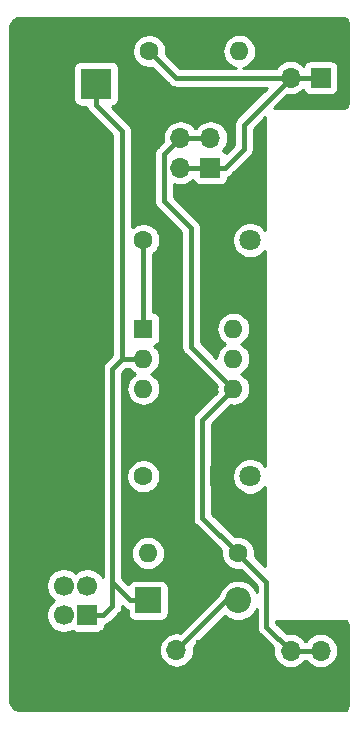
<source format=gbl>
G04 #@! TF.GenerationSoftware,KiCad,Pcbnew,(5.1.4)-1*
G04 #@! TF.CreationDate,2020-11-14T09:15:54+05:30*
G04 #@! TF.ProjectId,Breadboard_Power_Supply,42726561-6462-46f6-9172-645f506f7765,1*
G04 #@! TF.SameCoordinates,Original*
G04 #@! TF.FileFunction,Copper,L2,Bot*
G04 #@! TF.FilePolarity,Positive*
%FSLAX46Y46*%
G04 Gerber Fmt 4.6, Leading zero omitted, Abs format (unit mm)*
G04 Created by KiCad (PCBNEW (5.1.4)-1) date 2020-11-14 09:15:54*
%MOMM*%
%LPD*%
G04 APERTURE LIST*
%ADD10O,1.600000X1.600000*%
%ADD11C,1.600000*%
%ADD12R,1.700000X1.700000*%
%ADD13C,1.700000*%
%ADD14C,3.500000*%
%ADD15C,2.600000*%
%ADD16R,2.600000X2.600000*%
%ADD17O,2.200000X2.200000*%
%ADD18R,2.200000X2.200000*%
%ADD19O,1.700000X1.700000*%
%ADD20R,1.600000X1.600000*%
%ADD21C,1.800000*%
%ADD22R,1.800000X1.800000*%
%ADD23C,0.400000*%
%ADD24C,0.254000*%
G04 APERTURE END LIST*
D10*
X144880000Y-105500000D03*
D11*
X152500000Y-105500000D03*
D12*
X139750000Y-110750000D03*
D13*
X139750000Y-108250000D03*
X137750000Y-108250000D03*
X137750000Y-110750000D03*
D14*
X135040000Y-115520000D03*
X135040000Y-103480000D03*
D15*
X137500000Y-70450000D03*
X134500000Y-65750000D03*
D16*
X140500000Y-65750000D03*
D10*
X152620000Y-63000000D03*
D11*
X145000000Y-63000000D03*
D17*
X152520000Y-109500000D03*
D18*
X144900000Y-109500000D03*
D11*
X147000000Y-99000000D03*
X144500000Y-99000000D03*
X147000000Y-79000000D03*
X144500000Y-79000000D03*
D19*
X147635000Y-67795000D03*
X150175000Y-67795000D03*
X147635000Y-70335000D03*
X150175000Y-70335000D03*
X147635000Y-72875000D03*
D12*
X150175000Y-72875000D03*
D10*
X152120000Y-86500000D03*
X144500000Y-91580000D03*
X152120000Y-89040000D03*
X144500000Y-89040000D03*
X152120000Y-91580000D03*
D20*
X144500000Y-86500000D03*
D21*
X153540000Y-79000000D03*
D22*
X151000000Y-79000000D03*
D21*
X153540000Y-99000000D03*
D22*
X151000000Y-99000000D03*
D19*
X147300000Y-113700000D03*
D12*
X149840000Y-113700000D03*
D19*
X156960000Y-62710000D03*
X159500000Y-62710000D03*
X156960000Y-65250000D03*
D12*
X159500000Y-65250000D03*
D19*
X156960000Y-113760000D03*
X159500000Y-113760000D03*
X156960000Y-116300000D03*
D12*
X159500000Y-116300000D03*
D23*
X142712500Y-89040000D02*
X142712500Y-69762800D01*
X142712500Y-69762800D02*
X140500000Y-67550300D01*
X141875000Y-89877500D02*
X142712500Y-89040000D01*
X143199700Y-89040000D02*
X142712500Y-89040000D01*
X144500000Y-89040000D02*
X143199700Y-89040000D01*
X140500000Y-65750000D02*
X140500000Y-67550300D01*
X141875000Y-109975300D02*
X141100300Y-110750000D01*
X139750000Y-110750000D02*
X141100300Y-110750000D01*
X141875000Y-107975000D02*
X141875000Y-107825000D01*
X143400000Y-109500000D02*
X141875000Y-107975000D01*
X144900000Y-109500000D02*
X143400000Y-109500000D01*
X141875000Y-109975300D02*
X141875000Y-107825000D01*
X141875000Y-107825000D02*
X141875000Y-89877500D01*
X150175000Y-72875000D02*
X148985300Y-72875000D01*
X147635000Y-72875000D02*
X148985300Y-72875000D01*
X151556000Y-65250000D02*
X147250000Y-65250000D01*
X147250000Y-65250000D02*
X145000000Y-63000000D01*
X159500000Y-65250000D02*
X156960000Y-65250000D01*
X150175000Y-72875000D02*
X151425000Y-72875000D01*
X156960000Y-65250000D02*
X151556000Y-65250000D01*
X151425000Y-72875000D02*
X153000000Y-71300000D01*
X153000000Y-71300000D02*
X153000000Y-69210000D01*
X153000000Y-69210000D02*
X156960000Y-65250000D01*
X147635000Y-70335000D02*
X148824700Y-70335000D01*
X152120000Y-91580000D02*
X148547600Y-88007600D01*
X148547600Y-88007600D02*
X148547600Y-77991300D01*
X148547600Y-77991300D02*
X146260100Y-75703800D01*
X146260100Y-75703800D02*
X146260100Y-71709900D01*
X146260100Y-71709900D02*
X147635000Y-70335000D01*
X150175000Y-70335000D02*
X148824700Y-70335000D01*
X151320001Y-92379999D02*
X152120000Y-91580000D01*
X149500000Y-94200000D02*
X151320001Y-92379999D01*
X149500000Y-102500000D02*
X149500000Y-94200000D01*
X152500000Y-105500000D02*
X149500000Y-102500000D01*
X159500000Y-113760000D02*
X156960000Y-113760000D01*
X153299999Y-106299999D02*
X152500000Y-105500000D01*
X154924990Y-107924990D02*
X153299999Y-106299999D01*
X154924990Y-111724990D02*
X154924990Y-107924990D01*
X156960000Y-113760000D02*
X154924990Y-111724990D01*
X151500000Y-109500000D02*
X152520000Y-109500000D01*
X147300000Y-113700000D02*
X151500000Y-109500000D01*
X144500000Y-86500000D02*
X144500000Y-79000000D01*
D24*
G36*
X161555665Y-60218863D02*
G01*
X161609214Y-60235030D01*
X161658597Y-60261288D01*
X161701945Y-60296641D01*
X161737600Y-60339740D01*
X161764201Y-60388937D01*
X161780742Y-60442375D01*
X161790001Y-60530464D01*
X161790000Y-67465279D01*
X161781138Y-67555664D01*
X161764970Y-67609214D01*
X161738712Y-67658597D01*
X161703357Y-67701947D01*
X161660261Y-67737599D01*
X161611063Y-67764201D01*
X161557625Y-67780742D01*
X161469545Y-67790000D01*
X155600868Y-67790000D01*
X156676596Y-66714272D01*
X156887050Y-66735000D01*
X157032950Y-66735000D01*
X157251111Y-66713513D01*
X157531034Y-66628599D01*
X157789014Y-66490706D01*
X158015134Y-66305134D01*
X158039607Y-66275313D01*
X158060498Y-66344180D01*
X158119463Y-66454494D01*
X158198815Y-66551185D01*
X158295506Y-66630537D01*
X158405820Y-66689502D01*
X158525518Y-66725812D01*
X158650000Y-66738072D01*
X160350000Y-66738072D01*
X160474482Y-66725812D01*
X160594180Y-66689502D01*
X160704494Y-66630537D01*
X160801185Y-66551185D01*
X160880537Y-66454494D01*
X160939502Y-66344180D01*
X160975812Y-66224482D01*
X160988072Y-66100000D01*
X160988072Y-64400000D01*
X160975812Y-64275518D01*
X160939502Y-64155820D01*
X160880537Y-64045506D01*
X160801185Y-63948815D01*
X160704494Y-63869463D01*
X160594180Y-63810498D01*
X160474482Y-63774188D01*
X160350000Y-63761928D01*
X158650000Y-63761928D01*
X158525518Y-63774188D01*
X158405820Y-63810498D01*
X158295506Y-63869463D01*
X158198815Y-63948815D01*
X158119463Y-64045506D01*
X158060498Y-64155820D01*
X158039607Y-64224687D01*
X158015134Y-64194866D01*
X157789014Y-64009294D01*
X157531034Y-63871401D01*
X157251111Y-63786487D01*
X157032950Y-63765000D01*
X156887050Y-63765000D01*
X156668889Y-63786487D01*
X156388966Y-63871401D01*
X156130986Y-64009294D01*
X155904866Y-64194866D01*
X155724207Y-64415000D01*
X152893552Y-64415000D01*
X152901309Y-64414236D01*
X153171808Y-64332182D01*
X153421101Y-64198932D01*
X153639608Y-64019608D01*
X153818932Y-63801101D01*
X153952182Y-63551808D01*
X154034236Y-63281309D01*
X154061943Y-63000000D01*
X154034236Y-62718691D01*
X153952182Y-62448192D01*
X153818932Y-62198899D01*
X153639608Y-61980392D01*
X153421101Y-61801068D01*
X153171808Y-61667818D01*
X152901309Y-61585764D01*
X152690492Y-61565000D01*
X152549508Y-61565000D01*
X152338691Y-61585764D01*
X152068192Y-61667818D01*
X151818899Y-61801068D01*
X151600392Y-61980392D01*
X151421068Y-62198899D01*
X151287818Y-62448192D01*
X151205764Y-62718691D01*
X151178057Y-63000000D01*
X151205764Y-63281309D01*
X151287818Y-63551808D01*
X151421068Y-63801101D01*
X151600392Y-64019608D01*
X151818899Y-64198932D01*
X152068192Y-64332182D01*
X152338691Y-64414236D01*
X152346448Y-64415000D01*
X147595869Y-64415000D01*
X146416286Y-63235418D01*
X146435000Y-63141335D01*
X146435000Y-62858665D01*
X146379853Y-62581426D01*
X146271680Y-62320273D01*
X146114637Y-62085241D01*
X145914759Y-61885363D01*
X145679727Y-61728320D01*
X145418574Y-61620147D01*
X145141335Y-61565000D01*
X144858665Y-61565000D01*
X144581426Y-61620147D01*
X144320273Y-61728320D01*
X144085241Y-61885363D01*
X143885363Y-62085241D01*
X143728320Y-62320273D01*
X143620147Y-62581426D01*
X143565000Y-62858665D01*
X143565000Y-63141335D01*
X143620147Y-63418574D01*
X143728320Y-63679727D01*
X143885363Y-63914759D01*
X144085241Y-64114637D01*
X144320273Y-64271680D01*
X144581426Y-64379853D01*
X144858665Y-64435000D01*
X145141335Y-64435000D01*
X145235418Y-64416286D01*
X146630561Y-65811430D01*
X146656709Y-65843291D01*
X146783854Y-65947636D01*
X146928913Y-66025172D01*
X147086311Y-66072918D01*
X147208981Y-66085000D01*
X147208982Y-66085000D01*
X147250000Y-66089040D01*
X147291018Y-66085000D01*
X154944132Y-66085000D01*
X152438574Y-68590559D01*
X152406710Y-68616709D01*
X152380562Y-68648571D01*
X152302364Y-68743855D01*
X152224828Y-68888914D01*
X152177082Y-69046312D01*
X152160960Y-69210000D01*
X152165001Y-69251028D01*
X152165000Y-70954132D01*
X151507347Y-71611786D01*
X151476185Y-71573815D01*
X151379494Y-71494463D01*
X151269180Y-71435498D01*
X151200313Y-71414607D01*
X151230134Y-71390134D01*
X151415706Y-71164014D01*
X151553599Y-70906034D01*
X151638513Y-70626111D01*
X151667185Y-70335000D01*
X151638513Y-70043889D01*
X151553599Y-69763966D01*
X151415706Y-69505986D01*
X151230134Y-69279866D01*
X151004014Y-69094294D01*
X150746034Y-68956401D01*
X150466111Y-68871487D01*
X150247950Y-68850000D01*
X150102050Y-68850000D01*
X149883889Y-68871487D01*
X149603966Y-68956401D01*
X149345986Y-69094294D01*
X149119866Y-69279866D01*
X148939207Y-69500000D01*
X148870793Y-69500000D01*
X148690134Y-69279866D01*
X148464014Y-69094294D01*
X148206034Y-68956401D01*
X147926111Y-68871487D01*
X147707950Y-68850000D01*
X147562050Y-68850000D01*
X147343889Y-68871487D01*
X147063966Y-68956401D01*
X146805986Y-69094294D01*
X146579866Y-69279866D01*
X146394294Y-69505986D01*
X146256401Y-69763966D01*
X146171487Y-70043889D01*
X146142815Y-70335000D01*
X146170728Y-70618405D01*
X145698674Y-71090459D01*
X145666810Y-71116609D01*
X145586007Y-71215068D01*
X145562464Y-71243755D01*
X145484928Y-71388814D01*
X145437182Y-71546212D01*
X145421060Y-71709900D01*
X145425101Y-71750928D01*
X145425100Y-75662781D01*
X145421060Y-75703800D01*
X145425100Y-75744818D01*
X145437182Y-75867488D01*
X145484928Y-76024886D01*
X145562464Y-76169945D01*
X145666809Y-76297091D01*
X145698679Y-76323246D01*
X147712601Y-78337170D01*
X147712600Y-87966581D01*
X147708560Y-88007600D01*
X147712600Y-88048618D01*
X147724682Y-88171288D01*
X147772428Y-88328686D01*
X147849964Y-88473745D01*
X147954309Y-88600891D01*
X147986179Y-88627046D01*
X150701465Y-91342334D01*
X150678057Y-91580000D01*
X150701466Y-91817667D01*
X148938574Y-93580559D01*
X148906710Y-93606709D01*
X148880562Y-93638571D01*
X148802364Y-93733855D01*
X148724828Y-93878914D01*
X148677082Y-94036312D01*
X148660960Y-94200000D01*
X148665001Y-94241029D01*
X148665000Y-102458981D01*
X148660960Y-102500000D01*
X148665000Y-102541018D01*
X148677082Y-102663688D01*
X148724828Y-102821086D01*
X148802364Y-102966145D01*
X148906709Y-103093291D01*
X148938579Y-103119446D01*
X151083714Y-105264583D01*
X151065000Y-105358665D01*
X151065000Y-105641335D01*
X151120147Y-105918574D01*
X151228320Y-106179727D01*
X151385363Y-106414759D01*
X151585241Y-106614637D01*
X151820273Y-106771680D01*
X152081426Y-106879853D01*
X152358665Y-106935000D01*
X152641335Y-106935000D01*
X152735418Y-106916286D01*
X152738569Y-106919437D01*
X152738574Y-106919441D01*
X154089991Y-108270859D01*
X154089991Y-108756697D01*
X153969579Y-108531422D01*
X153752766Y-108267234D01*
X153488578Y-108050421D01*
X153187168Y-107889314D01*
X152860119Y-107790105D01*
X152605225Y-107765000D01*
X152434775Y-107765000D01*
X152179881Y-107790105D01*
X151852832Y-107889314D01*
X151551422Y-108050421D01*
X151287234Y-108267234D01*
X151070421Y-108531422D01*
X150909314Y-108832832D01*
X150875792Y-108943339D01*
X147583405Y-112235728D01*
X147372950Y-112215000D01*
X147227050Y-112215000D01*
X147008889Y-112236487D01*
X146728966Y-112321401D01*
X146470986Y-112459294D01*
X146244866Y-112644866D01*
X146059294Y-112870986D01*
X145921401Y-113128966D01*
X145836487Y-113408889D01*
X145807815Y-113700000D01*
X145836487Y-113991111D01*
X145921401Y-114271034D01*
X146059294Y-114529014D01*
X146244866Y-114755134D01*
X146470986Y-114940706D01*
X146728966Y-115078599D01*
X147008889Y-115163513D01*
X147227050Y-115185000D01*
X147372950Y-115185000D01*
X147591111Y-115163513D01*
X147871034Y-115078599D01*
X148129014Y-114940706D01*
X148355134Y-114755134D01*
X148540706Y-114529014D01*
X148678599Y-114271034D01*
X148763513Y-113991111D01*
X148792185Y-113700000D01*
X148764272Y-113416595D01*
X151375591Y-110805278D01*
X151551422Y-110949579D01*
X151852832Y-111110686D01*
X152179881Y-111209895D01*
X152434775Y-111235000D01*
X152605225Y-111235000D01*
X152860119Y-111209895D01*
X153187168Y-111110686D01*
X153488578Y-110949579D01*
X153752766Y-110732766D01*
X153969579Y-110468578D01*
X154089990Y-110243304D01*
X154089990Y-111683971D01*
X154085950Y-111724990D01*
X154089990Y-111766008D01*
X154102072Y-111888678D01*
X154149818Y-112046076D01*
X154227354Y-112191135D01*
X154331699Y-112318281D01*
X154363569Y-112344436D01*
X155495728Y-113476596D01*
X155467815Y-113760000D01*
X155496487Y-114051111D01*
X155581401Y-114331034D01*
X155719294Y-114589014D01*
X155904866Y-114815134D01*
X156130986Y-115000706D01*
X156388966Y-115138599D01*
X156668889Y-115223513D01*
X156887050Y-115245000D01*
X157032950Y-115245000D01*
X157251111Y-115223513D01*
X157531034Y-115138599D01*
X157789014Y-115000706D01*
X158015134Y-114815134D01*
X158195793Y-114595000D01*
X158264207Y-114595000D01*
X158444866Y-114815134D01*
X158670986Y-115000706D01*
X158928966Y-115138599D01*
X159208889Y-115223513D01*
X159427050Y-115245000D01*
X159572950Y-115245000D01*
X159791111Y-115223513D01*
X160071034Y-115138599D01*
X160329014Y-115000706D01*
X160555134Y-114815134D01*
X160740706Y-114589014D01*
X160878599Y-114331034D01*
X160963513Y-114051111D01*
X160992185Y-113760000D01*
X160963513Y-113468889D01*
X160878599Y-113188966D01*
X160740706Y-112930986D01*
X160555134Y-112704866D01*
X160329014Y-112519294D01*
X160071034Y-112381401D01*
X159791111Y-112296487D01*
X159572950Y-112275000D01*
X159427050Y-112275000D01*
X159208889Y-112296487D01*
X158928966Y-112381401D01*
X158670986Y-112519294D01*
X158444866Y-112704866D01*
X158264207Y-112925000D01*
X158195793Y-112925000D01*
X158015134Y-112704866D01*
X157789014Y-112519294D01*
X157531034Y-112381401D01*
X157251111Y-112296487D01*
X157032950Y-112275000D01*
X156887050Y-112275000D01*
X156676596Y-112295728D01*
X155759990Y-111379123D01*
X155759990Y-111210000D01*
X161465278Y-111210000D01*
X161555665Y-111218863D01*
X161609214Y-111235030D01*
X161658597Y-111261288D01*
X161701945Y-111296641D01*
X161737600Y-111339740D01*
X161764201Y-111388937D01*
X161780742Y-111442375D01*
X161790000Y-111530455D01*
X161790001Y-118465269D01*
X161781138Y-118555664D01*
X161764970Y-118609214D01*
X161738712Y-118658597D01*
X161703357Y-118701947D01*
X161660261Y-118737599D01*
X161611063Y-118764201D01*
X161557625Y-118780742D01*
X161469545Y-118790000D01*
X134034729Y-118790000D01*
X133847216Y-118771614D01*
X133700252Y-118727243D01*
X133564703Y-118655171D01*
X133445742Y-118558148D01*
X133347882Y-118439856D01*
X133274868Y-118304819D01*
X133229471Y-118158167D01*
X133210000Y-117972908D01*
X133210000Y-108103740D01*
X136265000Y-108103740D01*
X136265000Y-108396260D01*
X136322068Y-108683158D01*
X136434010Y-108953411D01*
X136596525Y-109196632D01*
X136803368Y-109403475D01*
X136947828Y-109500000D01*
X136803368Y-109596525D01*
X136596525Y-109803368D01*
X136434010Y-110046589D01*
X136322068Y-110316842D01*
X136265000Y-110603740D01*
X136265000Y-110896260D01*
X136322068Y-111183158D01*
X136434010Y-111453411D01*
X136596525Y-111696632D01*
X136803368Y-111903475D01*
X137046589Y-112065990D01*
X137316842Y-112177932D01*
X137603740Y-112235000D01*
X137896260Y-112235000D01*
X138183158Y-112177932D01*
X138453411Y-112065990D01*
X138460822Y-112061038D01*
X138545506Y-112130537D01*
X138655820Y-112189502D01*
X138775518Y-112225812D01*
X138900000Y-112238072D01*
X140600000Y-112238072D01*
X140724482Y-112225812D01*
X140844180Y-112189502D01*
X140954494Y-112130537D01*
X141051185Y-112051185D01*
X141130537Y-111954494D01*
X141189502Y-111844180D01*
X141225812Y-111724482D01*
X141238072Y-111600000D01*
X141238072Y-111575471D01*
X141263989Y-111572918D01*
X141421387Y-111525172D01*
X141566446Y-111447636D01*
X141693591Y-111343291D01*
X141719746Y-111311421D01*
X142436427Y-110594740D01*
X142468291Y-110568591D01*
X142572636Y-110441446D01*
X142650172Y-110296387D01*
X142697918Y-110138989D01*
X142710000Y-110016319D01*
X142710000Y-110016317D01*
X142712282Y-109993151D01*
X142780561Y-110061430D01*
X142806709Y-110093291D01*
X142838568Y-110119437D01*
X142838570Y-110119439D01*
X142914013Y-110181353D01*
X142933854Y-110197636D01*
X143078913Y-110275172D01*
X143161928Y-110300354D01*
X143161928Y-110600000D01*
X143174188Y-110724482D01*
X143210498Y-110844180D01*
X143269463Y-110954494D01*
X143348815Y-111051185D01*
X143445506Y-111130537D01*
X143555820Y-111189502D01*
X143675518Y-111225812D01*
X143800000Y-111238072D01*
X146000000Y-111238072D01*
X146124482Y-111225812D01*
X146244180Y-111189502D01*
X146354494Y-111130537D01*
X146451185Y-111051185D01*
X146530537Y-110954494D01*
X146589502Y-110844180D01*
X146625812Y-110724482D01*
X146638072Y-110600000D01*
X146638072Y-108400000D01*
X146625812Y-108275518D01*
X146589502Y-108155820D01*
X146530537Y-108045506D01*
X146451185Y-107948815D01*
X146354494Y-107869463D01*
X146244180Y-107810498D01*
X146124482Y-107774188D01*
X146000000Y-107761928D01*
X143800000Y-107761928D01*
X143675518Y-107774188D01*
X143555820Y-107810498D01*
X143445506Y-107869463D01*
X143348815Y-107948815D01*
X143269463Y-108045506D01*
X143219621Y-108138753D01*
X142710000Y-107629133D01*
X142710000Y-105500000D01*
X143438057Y-105500000D01*
X143465764Y-105781309D01*
X143547818Y-106051808D01*
X143681068Y-106301101D01*
X143860392Y-106519608D01*
X144078899Y-106698932D01*
X144328192Y-106832182D01*
X144598691Y-106914236D01*
X144809508Y-106935000D01*
X144950492Y-106935000D01*
X145161309Y-106914236D01*
X145431808Y-106832182D01*
X145681101Y-106698932D01*
X145899608Y-106519608D01*
X146078932Y-106301101D01*
X146212182Y-106051808D01*
X146294236Y-105781309D01*
X146321943Y-105500000D01*
X146294236Y-105218691D01*
X146212182Y-104948192D01*
X146078932Y-104698899D01*
X145899608Y-104480392D01*
X145681101Y-104301068D01*
X145431808Y-104167818D01*
X145161309Y-104085764D01*
X144950492Y-104065000D01*
X144809508Y-104065000D01*
X144598691Y-104085764D01*
X144328192Y-104167818D01*
X144078899Y-104301068D01*
X143860392Y-104480392D01*
X143681068Y-104698899D01*
X143547818Y-104948192D01*
X143465764Y-105218691D01*
X143438057Y-105500000D01*
X142710000Y-105500000D01*
X142710000Y-98858665D01*
X143065000Y-98858665D01*
X143065000Y-99141335D01*
X143120147Y-99418574D01*
X143228320Y-99679727D01*
X143385363Y-99914759D01*
X143585241Y-100114637D01*
X143820273Y-100271680D01*
X144081426Y-100379853D01*
X144358665Y-100435000D01*
X144641335Y-100435000D01*
X144918574Y-100379853D01*
X145179727Y-100271680D01*
X145414759Y-100114637D01*
X145614637Y-99914759D01*
X145771680Y-99679727D01*
X145879853Y-99418574D01*
X145935000Y-99141335D01*
X145935000Y-98858665D01*
X145879853Y-98581426D01*
X145771680Y-98320273D01*
X145614637Y-98085241D01*
X145414759Y-97885363D01*
X145179727Y-97728320D01*
X144918574Y-97620147D01*
X144641335Y-97565000D01*
X144358665Y-97565000D01*
X144081426Y-97620147D01*
X143820273Y-97728320D01*
X143585241Y-97885363D01*
X143385363Y-98085241D01*
X143228320Y-98320273D01*
X143120147Y-98581426D01*
X143065000Y-98858665D01*
X142710000Y-98858665D01*
X142710000Y-90223368D01*
X143058368Y-89875000D01*
X143328888Y-89875000D01*
X143480392Y-90059608D01*
X143698899Y-90238932D01*
X143831858Y-90310000D01*
X143698899Y-90381068D01*
X143480392Y-90560392D01*
X143301068Y-90778899D01*
X143167818Y-91028192D01*
X143085764Y-91298691D01*
X143058057Y-91580000D01*
X143085764Y-91861309D01*
X143167818Y-92131808D01*
X143301068Y-92381101D01*
X143480392Y-92599608D01*
X143698899Y-92778932D01*
X143948192Y-92912182D01*
X144218691Y-92994236D01*
X144429508Y-93015000D01*
X144570492Y-93015000D01*
X144781309Y-92994236D01*
X145051808Y-92912182D01*
X145301101Y-92778932D01*
X145519608Y-92599608D01*
X145698932Y-92381101D01*
X145832182Y-92131808D01*
X145914236Y-91861309D01*
X145941943Y-91580000D01*
X145914236Y-91298691D01*
X145832182Y-91028192D01*
X145698932Y-90778899D01*
X145519608Y-90560392D01*
X145301101Y-90381068D01*
X145168142Y-90310000D01*
X145301101Y-90238932D01*
X145519608Y-90059608D01*
X145698932Y-89841101D01*
X145832182Y-89591808D01*
X145914236Y-89321309D01*
X145941943Y-89040000D01*
X145914236Y-88758691D01*
X145832182Y-88488192D01*
X145698932Y-88238899D01*
X145519608Y-88020392D01*
X145406518Y-87927581D01*
X145424482Y-87925812D01*
X145544180Y-87889502D01*
X145654494Y-87830537D01*
X145751185Y-87751185D01*
X145830537Y-87654494D01*
X145889502Y-87544180D01*
X145925812Y-87424482D01*
X145938072Y-87300000D01*
X145938072Y-85700000D01*
X145925812Y-85575518D01*
X145889502Y-85455820D01*
X145830537Y-85345506D01*
X145751185Y-85248815D01*
X145654494Y-85169463D01*
X145544180Y-85110498D01*
X145424482Y-85074188D01*
X145335000Y-85065375D01*
X145335000Y-80167930D01*
X145414759Y-80114637D01*
X145614637Y-79914759D01*
X145771680Y-79679727D01*
X145879853Y-79418574D01*
X145935000Y-79141335D01*
X145935000Y-78858665D01*
X145879853Y-78581426D01*
X145771680Y-78320273D01*
X145614637Y-78085241D01*
X145414759Y-77885363D01*
X145179727Y-77728320D01*
X144918574Y-77620147D01*
X144641335Y-77565000D01*
X144358665Y-77565000D01*
X144081426Y-77620147D01*
X143820273Y-77728320D01*
X143585241Y-77885363D01*
X143547500Y-77923104D01*
X143547500Y-69803818D01*
X143551540Y-69762800D01*
X143535418Y-69599112D01*
X143523502Y-69559828D01*
X143487672Y-69441713D01*
X143410136Y-69296654D01*
X143338989Y-69209961D01*
X143331939Y-69201370D01*
X143331937Y-69201368D01*
X143305791Y-69169509D01*
X143273932Y-69143363D01*
X141816968Y-67686401D01*
X141924482Y-67675812D01*
X142044180Y-67639502D01*
X142154494Y-67580537D01*
X142251185Y-67501185D01*
X142330537Y-67404494D01*
X142389502Y-67294180D01*
X142425812Y-67174482D01*
X142438072Y-67050000D01*
X142438072Y-64450000D01*
X142425812Y-64325518D01*
X142389502Y-64205820D01*
X142330537Y-64095506D01*
X142251185Y-63998815D01*
X142154494Y-63919463D01*
X142044180Y-63860498D01*
X141924482Y-63824188D01*
X141800000Y-63811928D01*
X139200000Y-63811928D01*
X139075518Y-63824188D01*
X138955820Y-63860498D01*
X138845506Y-63919463D01*
X138748815Y-63998815D01*
X138669463Y-64095506D01*
X138610498Y-64205820D01*
X138574188Y-64325518D01*
X138561928Y-64450000D01*
X138561928Y-67050000D01*
X138574188Y-67174482D01*
X138610498Y-67294180D01*
X138669463Y-67404494D01*
X138748815Y-67501185D01*
X138845506Y-67580537D01*
X138955820Y-67639502D01*
X139075518Y-67675812D01*
X139200000Y-67688072D01*
X139674529Y-67688072D01*
X139677082Y-67713988D01*
X139724828Y-67871386D01*
X139795966Y-68004475D01*
X139802365Y-68016446D01*
X139906710Y-68143591D01*
X139938574Y-68169741D01*
X141877501Y-70108670D01*
X141877500Y-88694132D01*
X141313574Y-89258059D01*
X141281710Y-89284209D01*
X141255562Y-89316071D01*
X141177364Y-89411355D01*
X141099828Y-89556414D01*
X141052082Y-89713812D01*
X141035960Y-89877500D01*
X141040001Y-89918529D01*
X141040000Y-107507692D01*
X140903475Y-107303368D01*
X140696632Y-107096525D01*
X140453411Y-106934010D01*
X140183158Y-106822068D01*
X139896260Y-106765000D01*
X139603740Y-106765000D01*
X139316842Y-106822068D01*
X139046589Y-106934010D01*
X138803368Y-107096525D01*
X138750000Y-107149893D01*
X138696632Y-107096525D01*
X138453411Y-106934010D01*
X138183158Y-106822068D01*
X137896260Y-106765000D01*
X137603740Y-106765000D01*
X137316842Y-106822068D01*
X137046589Y-106934010D01*
X136803368Y-107096525D01*
X136596525Y-107303368D01*
X136434010Y-107546589D01*
X136322068Y-107816842D01*
X136265000Y-108103740D01*
X133210000Y-108103740D01*
X133210000Y-61034729D01*
X133228386Y-60847215D01*
X133272757Y-60700252D01*
X133344829Y-60564703D01*
X133441852Y-60445742D01*
X133560144Y-60347882D01*
X133695181Y-60274868D01*
X133841833Y-60229471D01*
X134027092Y-60210000D01*
X161465278Y-60210000D01*
X161555665Y-60218863D01*
X161555665Y-60218863D01*
G37*
X161555665Y-60218863D02*
X161609214Y-60235030D01*
X161658597Y-60261288D01*
X161701945Y-60296641D01*
X161737600Y-60339740D01*
X161764201Y-60388937D01*
X161780742Y-60442375D01*
X161790001Y-60530464D01*
X161790000Y-67465279D01*
X161781138Y-67555664D01*
X161764970Y-67609214D01*
X161738712Y-67658597D01*
X161703357Y-67701947D01*
X161660261Y-67737599D01*
X161611063Y-67764201D01*
X161557625Y-67780742D01*
X161469545Y-67790000D01*
X155600868Y-67790000D01*
X156676596Y-66714272D01*
X156887050Y-66735000D01*
X157032950Y-66735000D01*
X157251111Y-66713513D01*
X157531034Y-66628599D01*
X157789014Y-66490706D01*
X158015134Y-66305134D01*
X158039607Y-66275313D01*
X158060498Y-66344180D01*
X158119463Y-66454494D01*
X158198815Y-66551185D01*
X158295506Y-66630537D01*
X158405820Y-66689502D01*
X158525518Y-66725812D01*
X158650000Y-66738072D01*
X160350000Y-66738072D01*
X160474482Y-66725812D01*
X160594180Y-66689502D01*
X160704494Y-66630537D01*
X160801185Y-66551185D01*
X160880537Y-66454494D01*
X160939502Y-66344180D01*
X160975812Y-66224482D01*
X160988072Y-66100000D01*
X160988072Y-64400000D01*
X160975812Y-64275518D01*
X160939502Y-64155820D01*
X160880537Y-64045506D01*
X160801185Y-63948815D01*
X160704494Y-63869463D01*
X160594180Y-63810498D01*
X160474482Y-63774188D01*
X160350000Y-63761928D01*
X158650000Y-63761928D01*
X158525518Y-63774188D01*
X158405820Y-63810498D01*
X158295506Y-63869463D01*
X158198815Y-63948815D01*
X158119463Y-64045506D01*
X158060498Y-64155820D01*
X158039607Y-64224687D01*
X158015134Y-64194866D01*
X157789014Y-64009294D01*
X157531034Y-63871401D01*
X157251111Y-63786487D01*
X157032950Y-63765000D01*
X156887050Y-63765000D01*
X156668889Y-63786487D01*
X156388966Y-63871401D01*
X156130986Y-64009294D01*
X155904866Y-64194866D01*
X155724207Y-64415000D01*
X152893552Y-64415000D01*
X152901309Y-64414236D01*
X153171808Y-64332182D01*
X153421101Y-64198932D01*
X153639608Y-64019608D01*
X153818932Y-63801101D01*
X153952182Y-63551808D01*
X154034236Y-63281309D01*
X154061943Y-63000000D01*
X154034236Y-62718691D01*
X153952182Y-62448192D01*
X153818932Y-62198899D01*
X153639608Y-61980392D01*
X153421101Y-61801068D01*
X153171808Y-61667818D01*
X152901309Y-61585764D01*
X152690492Y-61565000D01*
X152549508Y-61565000D01*
X152338691Y-61585764D01*
X152068192Y-61667818D01*
X151818899Y-61801068D01*
X151600392Y-61980392D01*
X151421068Y-62198899D01*
X151287818Y-62448192D01*
X151205764Y-62718691D01*
X151178057Y-63000000D01*
X151205764Y-63281309D01*
X151287818Y-63551808D01*
X151421068Y-63801101D01*
X151600392Y-64019608D01*
X151818899Y-64198932D01*
X152068192Y-64332182D01*
X152338691Y-64414236D01*
X152346448Y-64415000D01*
X147595869Y-64415000D01*
X146416286Y-63235418D01*
X146435000Y-63141335D01*
X146435000Y-62858665D01*
X146379853Y-62581426D01*
X146271680Y-62320273D01*
X146114637Y-62085241D01*
X145914759Y-61885363D01*
X145679727Y-61728320D01*
X145418574Y-61620147D01*
X145141335Y-61565000D01*
X144858665Y-61565000D01*
X144581426Y-61620147D01*
X144320273Y-61728320D01*
X144085241Y-61885363D01*
X143885363Y-62085241D01*
X143728320Y-62320273D01*
X143620147Y-62581426D01*
X143565000Y-62858665D01*
X143565000Y-63141335D01*
X143620147Y-63418574D01*
X143728320Y-63679727D01*
X143885363Y-63914759D01*
X144085241Y-64114637D01*
X144320273Y-64271680D01*
X144581426Y-64379853D01*
X144858665Y-64435000D01*
X145141335Y-64435000D01*
X145235418Y-64416286D01*
X146630561Y-65811430D01*
X146656709Y-65843291D01*
X146783854Y-65947636D01*
X146928913Y-66025172D01*
X147086311Y-66072918D01*
X147208981Y-66085000D01*
X147208982Y-66085000D01*
X147250000Y-66089040D01*
X147291018Y-66085000D01*
X154944132Y-66085000D01*
X152438574Y-68590559D01*
X152406710Y-68616709D01*
X152380562Y-68648571D01*
X152302364Y-68743855D01*
X152224828Y-68888914D01*
X152177082Y-69046312D01*
X152160960Y-69210000D01*
X152165001Y-69251028D01*
X152165000Y-70954132D01*
X151507347Y-71611786D01*
X151476185Y-71573815D01*
X151379494Y-71494463D01*
X151269180Y-71435498D01*
X151200313Y-71414607D01*
X151230134Y-71390134D01*
X151415706Y-71164014D01*
X151553599Y-70906034D01*
X151638513Y-70626111D01*
X151667185Y-70335000D01*
X151638513Y-70043889D01*
X151553599Y-69763966D01*
X151415706Y-69505986D01*
X151230134Y-69279866D01*
X151004014Y-69094294D01*
X150746034Y-68956401D01*
X150466111Y-68871487D01*
X150247950Y-68850000D01*
X150102050Y-68850000D01*
X149883889Y-68871487D01*
X149603966Y-68956401D01*
X149345986Y-69094294D01*
X149119866Y-69279866D01*
X148939207Y-69500000D01*
X148870793Y-69500000D01*
X148690134Y-69279866D01*
X148464014Y-69094294D01*
X148206034Y-68956401D01*
X147926111Y-68871487D01*
X147707950Y-68850000D01*
X147562050Y-68850000D01*
X147343889Y-68871487D01*
X147063966Y-68956401D01*
X146805986Y-69094294D01*
X146579866Y-69279866D01*
X146394294Y-69505986D01*
X146256401Y-69763966D01*
X146171487Y-70043889D01*
X146142815Y-70335000D01*
X146170728Y-70618405D01*
X145698674Y-71090459D01*
X145666810Y-71116609D01*
X145586007Y-71215068D01*
X145562464Y-71243755D01*
X145484928Y-71388814D01*
X145437182Y-71546212D01*
X145421060Y-71709900D01*
X145425101Y-71750928D01*
X145425100Y-75662781D01*
X145421060Y-75703800D01*
X145425100Y-75744818D01*
X145437182Y-75867488D01*
X145484928Y-76024886D01*
X145562464Y-76169945D01*
X145666809Y-76297091D01*
X145698679Y-76323246D01*
X147712601Y-78337170D01*
X147712600Y-87966581D01*
X147708560Y-88007600D01*
X147712600Y-88048618D01*
X147724682Y-88171288D01*
X147772428Y-88328686D01*
X147849964Y-88473745D01*
X147954309Y-88600891D01*
X147986179Y-88627046D01*
X150701465Y-91342334D01*
X150678057Y-91580000D01*
X150701466Y-91817667D01*
X148938574Y-93580559D01*
X148906710Y-93606709D01*
X148880562Y-93638571D01*
X148802364Y-93733855D01*
X148724828Y-93878914D01*
X148677082Y-94036312D01*
X148660960Y-94200000D01*
X148665001Y-94241029D01*
X148665000Y-102458981D01*
X148660960Y-102500000D01*
X148665000Y-102541018D01*
X148677082Y-102663688D01*
X148724828Y-102821086D01*
X148802364Y-102966145D01*
X148906709Y-103093291D01*
X148938579Y-103119446D01*
X151083714Y-105264583D01*
X151065000Y-105358665D01*
X151065000Y-105641335D01*
X151120147Y-105918574D01*
X151228320Y-106179727D01*
X151385363Y-106414759D01*
X151585241Y-106614637D01*
X151820273Y-106771680D01*
X152081426Y-106879853D01*
X152358665Y-106935000D01*
X152641335Y-106935000D01*
X152735418Y-106916286D01*
X152738569Y-106919437D01*
X152738574Y-106919441D01*
X154089991Y-108270859D01*
X154089991Y-108756697D01*
X153969579Y-108531422D01*
X153752766Y-108267234D01*
X153488578Y-108050421D01*
X153187168Y-107889314D01*
X152860119Y-107790105D01*
X152605225Y-107765000D01*
X152434775Y-107765000D01*
X152179881Y-107790105D01*
X151852832Y-107889314D01*
X151551422Y-108050421D01*
X151287234Y-108267234D01*
X151070421Y-108531422D01*
X150909314Y-108832832D01*
X150875792Y-108943339D01*
X147583405Y-112235728D01*
X147372950Y-112215000D01*
X147227050Y-112215000D01*
X147008889Y-112236487D01*
X146728966Y-112321401D01*
X146470986Y-112459294D01*
X146244866Y-112644866D01*
X146059294Y-112870986D01*
X145921401Y-113128966D01*
X145836487Y-113408889D01*
X145807815Y-113700000D01*
X145836487Y-113991111D01*
X145921401Y-114271034D01*
X146059294Y-114529014D01*
X146244866Y-114755134D01*
X146470986Y-114940706D01*
X146728966Y-115078599D01*
X147008889Y-115163513D01*
X147227050Y-115185000D01*
X147372950Y-115185000D01*
X147591111Y-115163513D01*
X147871034Y-115078599D01*
X148129014Y-114940706D01*
X148355134Y-114755134D01*
X148540706Y-114529014D01*
X148678599Y-114271034D01*
X148763513Y-113991111D01*
X148792185Y-113700000D01*
X148764272Y-113416595D01*
X151375591Y-110805278D01*
X151551422Y-110949579D01*
X151852832Y-111110686D01*
X152179881Y-111209895D01*
X152434775Y-111235000D01*
X152605225Y-111235000D01*
X152860119Y-111209895D01*
X153187168Y-111110686D01*
X153488578Y-110949579D01*
X153752766Y-110732766D01*
X153969579Y-110468578D01*
X154089990Y-110243304D01*
X154089990Y-111683971D01*
X154085950Y-111724990D01*
X154089990Y-111766008D01*
X154102072Y-111888678D01*
X154149818Y-112046076D01*
X154227354Y-112191135D01*
X154331699Y-112318281D01*
X154363569Y-112344436D01*
X155495728Y-113476596D01*
X155467815Y-113760000D01*
X155496487Y-114051111D01*
X155581401Y-114331034D01*
X155719294Y-114589014D01*
X155904866Y-114815134D01*
X156130986Y-115000706D01*
X156388966Y-115138599D01*
X156668889Y-115223513D01*
X156887050Y-115245000D01*
X157032950Y-115245000D01*
X157251111Y-115223513D01*
X157531034Y-115138599D01*
X157789014Y-115000706D01*
X158015134Y-114815134D01*
X158195793Y-114595000D01*
X158264207Y-114595000D01*
X158444866Y-114815134D01*
X158670986Y-115000706D01*
X158928966Y-115138599D01*
X159208889Y-115223513D01*
X159427050Y-115245000D01*
X159572950Y-115245000D01*
X159791111Y-115223513D01*
X160071034Y-115138599D01*
X160329014Y-115000706D01*
X160555134Y-114815134D01*
X160740706Y-114589014D01*
X160878599Y-114331034D01*
X160963513Y-114051111D01*
X160992185Y-113760000D01*
X160963513Y-113468889D01*
X160878599Y-113188966D01*
X160740706Y-112930986D01*
X160555134Y-112704866D01*
X160329014Y-112519294D01*
X160071034Y-112381401D01*
X159791111Y-112296487D01*
X159572950Y-112275000D01*
X159427050Y-112275000D01*
X159208889Y-112296487D01*
X158928966Y-112381401D01*
X158670986Y-112519294D01*
X158444866Y-112704866D01*
X158264207Y-112925000D01*
X158195793Y-112925000D01*
X158015134Y-112704866D01*
X157789014Y-112519294D01*
X157531034Y-112381401D01*
X157251111Y-112296487D01*
X157032950Y-112275000D01*
X156887050Y-112275000D01*
X156676596Y-112295728D01*
X155759990Y-111379123D01*
X155759990Y-111210000D01*
X161465278Y-111210000D01*
X161555665Y-111218863D01*
X161609214Y-111235030D01*
X161658597Y-111261288D01*
X161701945Y-111296641D01*
X161737600Y-111339740D01*
X161764201Y-111388937D01*
X161780742Y-111442375D01*
X161790000Y-111530455D01*
X161790001Y-118465269D01*
X161781138Y-118555664D01*
X161764970Y-118609214D01*
X161738712Y-118658597D01*
X161703357Y-118701947D01*
X161660261Y-118737599D01*
X161611063Y-118764201D01*
X161557625Y-118780742D01*
X161469545Y-118790000D01*
X134034729Y-118790000D01*
X133847216Y-118771614D01*
X133700252Y-118727243D01*
X133564703Y-118655171D01*
X133445742Y-118558148D01*
X133347882Y-118439856D01*
X133274868Y-118304819D01*
X133229471Y-118158167D01*
X133210000Y-117972908D01*
X133210000Y-108103740D01*
X136265000Y-108103740D01*
X136265000Y-108396260D01*
X136322068Y-108683158D01*
X136434010Y-108953411D01*
X136596525Y-109196632D01*
X136803368Y-109403475D01*
X136947828Y-109500000D01*
X136803368Y-109596525D01*
X136596525Y-109803368D01*
X136434010Y-110046589D01*
X136322068Y-110316842D01*
X136265000Y-110603740D01*
X136265000Y-110896260D01*
X136322068Y-111183158D01*
X136434010Y-111453411D01*
X136596525Y-111696632D01*
X136803368Y-111903475D01*
X137046589Y-112065990D01*
X137316842Y-112177932D01*
X137603740Y-112235000D01*
X137896260Y-112235000D01*
X138183158Y-112177932D01*
X138453411Y-112065990D01*
X138460822Y-112061038D01*
X138545506Y-112130537D01*
X138655820Y-112189502D01*
X138775518Y-112225812D01*
X138900000Y-112238072D01*
X140600000Y-112238072D01*
X140724482Y-112225812D01*
X140844180Y-112189502D01*
X140954494Y-112130537D01*
X141051185Y-112051185D01*
X141130537Y-111954494D01*
X141189502Y-111844180D01*
X141225812Y-111724482D01*
X141238072Y-111600000D01*
X141238072Y-111575471D01*
X141263989Y-111572918D01*
X141421387Y-111525172D01*
X141566446Y-111447636D01*
X141693591Y-111343291D01*
X141719746Y-111311421D01*
X142436427Y-110594740D01*
X142468291Y-110568591D01*
X142572636Y-110441446D01*
X142650172Y-110296387D01*
X142697918Y-110138989D01*
X142710000Y-110016319D01*
X142710000Y-110016317D01*
X142712282Y-109993151D01*
X142780561Y-110061430D01*
X142806709Y-110093291D01*
X142838568Y-110119437D01*
X142838570Y-110119439D01*
X142914013Y-110181353D01*
X142933854Y-110197636D01*
X143078913Y-110275172D01*
X143161928Y-110300354D01*
X143161928Y-110600000D01*
X143174188Y-110724482D01*
X143210498Y-110844180D01*
X143269463Y-110954494D01*
X143348815Y-111051185D01*
X143445506Y-111130537D01*
X143555820Y-111189502D01*
X143675518Y-111225812D01*
X143800000Y-111238072D01*
X146000000Y-111238072D01*
X146124482Y-111225812D01*
X146244180Y-111189502D01*
X146354494Y-111130537D01*
X146451185Y-111051185D01*
X146530537Y-110954494D01*
X146589502Y-110844180D01*
X146625812Y-110724482D01*
X146638072Y-110600000D01*
X146638072Y-108400000D01*
X146625812Y-108275518D01*
X146589502Y-108155820D01*
X146530537Y-108045506D01*
X146451185Y-107948815D01*
X146354494Y-107869463D01*
X146244180Y-107810498D01*
X146124482Y-107774188D01*
X146000000Y-107761928D01*
X143800000Y-107761928D01*
X143675518Y-107774188D01*
X143555820Y-107810498D01*
X143445506Y-107869463D01*
X143348815Y-107948815D01*
X143269463Y-108045506D01*
X143219621Y-108138753D01*
X142710000Y-107629133D01*
X142710000Y-105500000D01*
X143438057Y-105500000D01*
X143465764Y-105781309D01*
X143547818Y-106051808D01*
X143681068Y-106301101D01*
X143860392Y-106519608D01*
X144078899Y-106698932D01*
X144328192Y-106832182D01*
X144598691Y-106914236D01*
X144809508Y-106935000D01*
X144950492Y-106935000D01*
X145161309Y-106914236D01*
X145431808Y-106832182D01*
X145681101Y-106698932D01*
X145899608Y-106519608D01*
X146078932Y-106301101D01*
X146212182Y-106051808D01*
X146294236Y-105781309D01*
X146321943Y-105500000D01*
X146294236Y-105218691D01*
X146212182Y-104948192D01*
X146078932Y-104698899D01*
X145899608Y-104480392D01*
X145681101Y-104301068D01*
X145431808Y-104167818D01*
X145161309Y-104085764D01*
X144950492Y-104065000D01*
X144809508Y-104065000D01*
X144598691Y-104085764D01*
X144328192Y-104167818D01*
X144078899Y-104301068D01*
X143860392Y-104480392D01*
X143681068Y-104698899D01*
X143547818Y-104948192D01*
X143465764Y-105218691D01*
X143438057Y-105500000D01*
X142710000Y-105500000D01*
X142710000Y-98858665D01*
X143065000Y-98858665D01*
X143065000Y-99141335D01*
X143120147Y-99418574D01*
X143228320Y-99679727D01*
X143385363Y-99914759D01*
X143585241Y-100114637D01*
X143820273Y-100271680D01*
X144081426Y-100379853D01*
X144358665Y-100435000D01*
X144641335Y-100435000D01*
X144918574Y-100379853D01*
X145179727Y-100271680D01*
X145414759Y-100114637D01*
X145614637Y-99914759D01*
X145771680Y-99679727D01*
X145879853Y-99418574D01*
X145935000Y-99141335D01*
X145935000Y-98858665D01*
X145879853Y-98581426D01*
X145771680Y-98320273D01*
X145614637Y-98085241D01*
X145414759Y-97885363D01*
X145179727Y-97728320D01*
X144918574Y-97620147D01*
X144641335Y-97565000D01*
X144358665Y-97565000D01*
X144081426Y-97620147D01*
X143820273Y-97728320D01*
X143585241Y-97885363D01*
X143385363Y-98085241D01*
X143228320Y-98320273D01*
X143120147Y-98581426D01*
X143065000Y-98858665D01*
X142710000Y-98858665D01*
X142710000Y-90223368D01*
X143058368Y-89875000D01*
X143328888Y-89875000D01*
X143480392Y-90059608D01*
X143698899Y-90238932D01*
X143831858Y-90310000D01*
X143698899Y-90381068D01*
X143480392Y-90560392D01*
X143301068Y-90778899D01*
X143167818Y-91028192D01*
X143085764Y-91298691D01*
X143058057Y-91580000D01*
X143085764Y-91861309D01*
X143167818Y-92131808D01*
X143301068Y-92381101D01*
X143480392Y-92599608D01*
X143698899Y-92778932D01*
X143948192Y-92912182D01*
X144218691Y-92994236D01*
X144429508Y-93015000D01*
X144570492Y-93015000D01*
X144781309Y-92994236D01*
X145051808Y-92912182D01*
X145301101Y-92778932D01*
X145519608Y-92599608D01*
X145698932Y-92381101D01*
X145832182Y-92131808D01*
X145914236Y-91861309D01*
X145941943Y-91580000D01*
X145914236Y-91298691D01*
X145832182Y-91028192D01*
X145698932Y-90778899D01*
X145519608Y-90560392D01*
X145301101Y-90381068D01*
X145168142Y-90310000D01*
X145301101Y-90238932D01*
X145519608Y-90059608D01*
X145698932Y-89841101D01*
X145832182Y-89591808D01*
X145914236Y-89321309D01*
X145941943Y-89040000D01*
X145914236Y-88758691D01*
X145832182Y-88488192D01*
X145698932Y-88238899D01*
X145519608Y-88020392D01*
X145406518Y-87927581D01*
X145424482Y-87925812D01*
X145544180Y-87889502D01*
X145654494Y-87830537D01*
X145751185Y-87751185D01*
X145830537Y-87654494D01*
X145889502Y-87544180D01*
X145925812Y-87424482D01*
X145938072Y-87300000D01*
X145938072Y-85700000D01*
X145925812Y-85575518D01*
X145889502Y-85455820D01*
X145830537Y-85345506D01*
X145751185Y-85248815D01*
X145654494Y-85169463D01*
X145544180Y-85110498D01*
X145424482Y-85074188D01*
X145335000Y-85065375D01*
X145335000Y-80167930D01*
X145414759Y-80114637D01*
X145614637Y-79914759D01*
X145771680Y-79679727D01*
X145879853Y-79418574D01*
X145935000Y-79141335D01*
X145935000Y-78858665D01*
X145879853Y-78581426D01*
X145771680Y-78320273D01*
X145614637Y-78085241D01*
X145414759Y-77885363D01*
X145179727Y-77728320D01*
X144918574Y-77620147D01*
X144641335Y-77565000D01*
X144358665Y-77565000D01*
X144081426Y-77620147D01*
X143820273Y-77728320D01*
X143585241Y-77885363D01*
X143547500Y-77923104D01*
X143547500Y-69803818D01*
X143551540Y-69762800D01*
X143535418Y-69599112D01*
X143523502Y-69559828D01*
X143487672Y-69441713D01*
X143410136Y-69296654D01*
X143338989Y-69209961D01*
X143331939Y-69201370D01*
X143331937Y-69201368D01*
X143305791Y-69169509D01*
X143273932Y-69143363D01*
X141816968Y-67686401D01*
X141924482Y-67675812D01*
X142044180Y-67639502D01*
X142154494Y-67580537D01*
X142251185Y-67501185D01*
X142330537Y-67404494D01*
X142389502Y-67294180D01*
X142425812Y-67174482D01*
X142438072Y-67050000D01*
X142438072Y-64450000D01*
X142425812Y-64325518D01*
X142389502Y-64205820D01*
X142330537Y-64095506D01*
X142251185Y-63998815D01*
X142154494Y-63919463D01*
X142044180Y-63860498D01*
X141924482Y-63824188D01*
X141800000Y-63811928D01*
X139200000Y-63811928D01*
X139075518Y-63824188D01*
X138955820Y-63860498D01*
X138845506Y-63919463D01*
X138748815Y-63998815D01*
X138669463Y-64095506D01*
X138610498Y-64205820D01*
X138574188Y-64325518D01*
X138561928Y-64450000D01*
X138561928Y-67050000D01*
X138574188Y-67174482D01*
X138610498Y-67294180D01*
X138669463Y-67404494D01*
X138748815Y-67501185D01*
X138845506Y-67580537D01*
X138955820Y-67639502D01*
X139075518Y-67675812D01*
X139200000Y-67688072D01*
X139674529Y-67688072D01*
X139677082Y-67713988D01*
X139724828Y-67871386D01*
X139795966Y-68004475D01*
X139802365Y-68016446D01*
X139906710Y-68143591D01*
X139938574Y-68169741D01*
X141877501Y-70108670D01*
X141877500Y-88694132D01*
X141313574Y-89258059D01*
X141281710Y-89284209D01*
X141255562Y-89316071D01*
X141177364Y-89411355D01*
X141099828Y-89556414D01*
X141052082Y-89713812D01*
X141035960Y-89877500D01*
X141040001Y-89918529D01*
X141040000Y-107507692D01*
X140903475Y-107303368D01*
X140696632Y-107096525D01*
X140453411Y-106934010D01*
X140183158Y-106822068D01*
X139896260Y-106765000D01*
X139603740Y-106765000D01*
X139316842Y-106822068D01*
X139046589Y-106934010D01*
X138803368Y-107096525D01*
X138750000Y-107149893D01*
X138696632Y-107096525D01*
X138453411Y-106934010D01*
X138183158Y-106822068D01*
X137896260Y-106765000D01*
X137603740Y-106765000D01*
X137316842Y-106822068D01*
X137046589Y-106934010D01*
X136803368Y-107096525D01*
X136596525Y-107303368D01*
X136434010Y-107546589D01*
X136322068Y-107816842D01*
X136265000Y-108103740D01*
X133210000Y-108103740D01*
X133210000Y-61034729D01*
X133228386Y-60847215D01*
X133272757Y-60700252D01*
X133344829Y-60564703D01*
X133441852Y-60445742D01*
X133560144Y-60347882D01*
X133695181Y-60274868D01*
X133841833Y-60229471D01*
X134027092Y-60210000D01*
X161465278Y-60210000D01*
X161555665Y-60218863D01*
G36*
X154790000Y-78107831D02*
G01*
X154732312Y-78021495D01*
X154518505Y-77807688D01*
X154267095Y-77639701D01*
X153987743Y-77523989D01*
X153691184Y-77465000D01*
X153388816Y-77465000D01*
X153092257Y-77523989D01*
X152812905Y-77639701D01*
X152561495Y-77807688D01*
X152347688Y-78021495D01*
X152179701Y-78272905D01*
X152063989Y-78552257D01*
X152005000Y-78848816D01*
X152005000Y-79151184D01*
X152063989Y-79447743D01*
X152179701Y-79727095D01*
X152347688Y-79978505D01*
X152561495Y-80192312D01*
X152812905Y-80360299D01*
X153092257Y-80476011D01*
X153388816Y-80535000D01*
X153691184Y-80535000D01*
X153987743Y-80476011D01*
X154267095Y-80360299D01*
X154518505Y-80192312D01*
X154732312Y-79978505D01*
X154790000Y-79892169D01*
X154790001Y-98107832D01*
X154732312Y-98021495D01*
X154518505Y-97807688D01*
X154267095Y-97639701D01*
X153987743Y-97523989D01*
X153691184Y-97465000D01*
X153388816Y-97465000D01*
X153092257Y-97523989D01*
X152812905Y-97639701D01*
X152561495Y-97807688D01*
X152347688Y-98021495D01*
X152179701Y-98272905D01*
X152063989Y-98552257D01*
X152005000Y-98848816D01*
X152005000Y-99151184D01*
X152063989Y-99447743D01*
X152179701Y-99727095D01*
X152347688Y-99978505D01*
X152561495Y-100192312D01*
X152812905Y-100360299D01*
X153092257Y-100476011D01*
X153388816Y-100535000D01*
X153691184Y-100535000D01*
X153987743Y-100476011D01*
X154267095Y-100360299D01*
X154518505Y-100192312D01*
X154732312Y-99978505D01*
X154790001Y-99892168D01*
X154790001Y-106609133D01*
X153919441Y-105738574D01*
X153919437Y-105738569D01*
X153916286Y-105735418D01*
X153935000Y-105641335D01*
X153935000Y-105358665D01*
X153879853Y-105081426D01*
X153771680Y-104820273D01*
X153614637Y-104585241D01*
X153414759Y-104385363D01*
X153179727Y-104228320D01*
X152918574Y-104120147D01*
X152641335Y-104065000D01*
X152358665Y-104065000D01*
X152264583Y-104083714D01*
X150335000Y-102154133D01*
X150335000Y-94545867D01*
X151882333Y-92998534D01*
X152049508Y-93015000D01*
X152190492Y-93015000D01*
X152401309Y-92994236D01*
X152671808Y-92912182D01*
X152921101Y-92778932D01*
X153139608Y-92599608D01*
X153318932Y-92381101D01*
X153452182Y-92131808D01*
X153534236Y-91861309D01*
X153561943Y-91580000D01*
X153534236Y-91298691D01*
X153452182Y-91028192D01*
X153318932Y-90778899D01*
X153139608Y-90560392D01*
X152921101Y-90381068D01*
X152788142Y-90310000D01*
X152921101Y-90238932D01*
X153139608Y-90059608D01*
X153318932Y-89841101D01*
X153452182Y-89591808D01*
X153534236Y-89321309D01*
X153561943Y-89040000D01*
X153534236Y-88758691D01*
X153452182Y-88488192D01*
X153318932Y-88238899D01*
X153139608Y-88020392D01*
X152921101Y-87841068D01*
X152788142Y-87770000D01*
X152921101Y-87698932D01*
X153139608Y-87519608D01*
X153318932Y-87301101D01*
X153452182Y-87051808D01*
X153534236Y-86781309D01*
X153561943Y-86500000D01*
X153534236Y-86218691D01*
X153452182Y-85948192D01*
X153318932Y-85698899D01*
X153139608Y-85480392D01*
X152921101Y-85301068D01*
X152671808Y-85167818D01*
X152401309Y-85085764D01*
X152190492Y-85065000D01*
X152049508Y-85065000D01*
X151838691Y-85085764D01*
X151568192Y-85167818D01*
X151318899Y-85301068D01*
X151100392Y-85480392D01*
X150921068Y-85698899D01*
X150787818Y-85948192D01*
X150705764Y-86218691D01*
X150678057Y-86500000D01*
X150705764Y-86781309D01*
X150787818Y-87051808D01*
X150921068Y-87301101D01*
X151100392Y-87519608D01*
X151318899Y-87698932D01*
X151451858Y-87770000D01*
X151318899Y-87841068D01*
X151100392Y-88020392D01*
X150921068Y-88238899D01*
X150787818Y-88488192D01*
X150705764Y-88758691D01*
X150685482Y-88964614D01*
X149382600Y-87661733D01*
X149382600Y-78032318D01*
X149386640Y-77991300D01*
X149370518Y-77827612D01*
X149340399Y-77728320D01*
X149322772Y-77670213D01*
X149245236Y-77525154D01*
X149140891Y-77398009D01*
X149109032Y-77371863D01*
X147095100Y-75357933D01*
X147095100Y-74263043D01*
X147343889Y-74338513D01*
X147562050Y-74360000D01*
X147707950Y-74360000D01*
X147926111Y-74338513D01*
X148206034Y-74253599D01*
X148464014Y-74115706D01*
X148690134Y-73930134D01*
X148714607Y-73900313D01*
X148735498Y-73969180D01*
X148794463Y-74079494D01*
X148873815Y-74176185D01*
X148970506Y-74255537D01*
X149080820Y-74314502D01*
X149200518Y-74350812D01*
X149325000Y-74363072D01*
X151025000Y-74363072D01*
X151149482Y-74350812D01*
X151269180Y-74314502D01*
X151379494Y-74255537D01*
X151476185Y-74176185D01*
X151555537Y-74079494D01*
X151614502Y-73969180D01*
X151650812Y-73849482D01*
X151663072Y-73725000D01*
X151663072Y-73675354D01*
X151746087Y-73650172D01*
X151891146Y-73572636D01*
X152018291Y-73468291D01*
X152044446Y-73436421D01*
X153561428Y-71919440D01*
X153593291Y-71893291D01*
X153697636Y-71766146D01*
X153775172Y-71621087D01*
X153822918Y-71463689D01*
X153835000Y-71341019D01*
X153835000Y-71341009D01*
X153839039Y-71300001D01*
X153835000Y-71258993D01*
X153835000Y-69555867D01*
X154790000Y-68600868D01*
X154790000Y-78107831D01*
X154790000Y-78107831D01*
G37*
X154790000Y-78107831D02*
X154732312Y-78021495D01*
X154518505Y-77807688D01*
X154267095Y-77639701D01*
X153987743Y-77523989D01*
X153691184Y-77465000D01*
X153388816Y-77465000D01*
X153092257Y-77523989D01*
X152812905Y-77639701D01*
X152561495Y-77807688D01*
X152347688Y-78021495D01*
X152179701Y-78272905D01*
X152063989Y-78552257D01*
X152005000Y-78848816D01*
X152005000Y-79151184D01*
X152063989Y-79447743D01*
X152179701Y-79727095D01*
X152347688Y-79978505D01*
X152561495Y-80192312D01*
X152812905Y-80360299D01*
X153092257Y-80476011D01*
X153388816Y-80535000D01*
X153691184Y-80535000D01*
X153987743Y-80476011D01*
X154267095Y-80360299D01*
X154518505Y-80192312D01*
X154732312Y-79978505D01*
X154790000Y-79892169D01*
X154790001Y-98107832D01*
X154732312Y-98021495D01*
X154518505Y-97807688D01*
X154267095Y-97639701D01*
X153987743Y-97523989D01*
X153691184Y-97465000D01*
X153388816Y-97465000D01*
X153092257Y-97523989D01*
X152812905Y-97639701D01*
X152561495Y-97807688D01*
X152347688Y-98021495D01*
X152179701Y-98272905D01*
X152063989Y-98552257D01*
X152005000Y-98848816D01*
X152005000Y-99151184D01*
X152063989Y-99447743D01*
X152179701Y-99727095D01*
X152347688Y-99978505D01*
X152561495Y-100192312D01*
X152812905Y-100360299D01*
X153092257Y-100476011D01*
X153388816Y-100535000D01*
X153691184Y-100535000D01*
X153987743Y-100476011D01*
X154267095Y-100360299D01*
X154518505Y-100192312D01*
X154732312Y-99978505D01*
X154790001Y-99892168D01*
X154790001Y-106609133D01*
X153919441Y-105738574D01*
X153919437Y-105738569D01*
X153916286Y-105735418D01*
X153935000Y-105641335D01*
X153935000Y-105358665D01*
X153879853Y-105081426D01*
X153771680Y-104820273D01*
X153614637Y-104585241D01*
X153414759Y-104385363D01*
X153179727Y-104228320D01*
X152918574Y-104120147D01*
X152641335Y-104065000D01*
X152358665Y-104065000D01*
X152264583Y-104083714D01*
X150335000Y-102154133D01*
X150335000Y-94545867D01*
X151882333Y-92998534D01*
X152049508Y-93015000D01*
X152190492Y-93015000D01*
X152401309Y-92994236D01*
X152671808Y-92912182D01*
X152921101Y-92778932D01*
X153139608Y-92599608D01*
X153318932Y-92381101D01*
X153452182Y-92131808D01*
X153534236Y-91861309D01*
X153561943Y-91580000D01*
X153534236Y-91298691D01*
X153452182Y-91028192D01*
X153318932Y-90778899D01*
X153139608Y-90560392D01*
X152921101Y-90381068D01*
X152788142Y-90310000D01*
X152921101Y-90238932D01*
X153139608Y-90059608D01*
X153318932Y-89841101D01*
X153452182Y-89591808D01*
X153534236Y-89321309D01*
X153561943Y-89040000D01*
X153534236Y-88758691D01*
X153452182Y-88488192D01*
X153318932Y-88238899D01*
X153139608Y-88020392D01*
X152921101Y-87841068D01*
X152788142Y-87770000D01*
X152921101Y-87698932D01*
X153139608Y-87519608D01*
X153318932Y-87301101D01*
X153452182Y-87051808D01*
X153534236Y-86781309D01*
X153561943Y-86500000D01*
X153534236Y-86218691D01*
X153452182Y-85948192D01*
X153318932Y-85698899D01*
X153139608Y-85480392D01*
X152921101Y-85301068D01*
X152671808Y-85167818D01*
X152401309Y-85085764D01*
X152190492Y-85065000D01*
X152049508Y-85065000D01*
X151838691Y-85085764D01*
X151568192Y-85167818D01*
X151318899Y-85301068D01*
X151100392Y-85480392D01*
X150921068Y-85698899D01*
X150787818Y-85948192D01*
X150705764Y-86218691D01*
X150678057Y-86500000D01*
X150705764Y-86781309D01*
X150787818Y-87051808D01*
X150921068Y-87301101D01*
X151100392Y-87519608D01*
X151318899Y-87698932D01*
X151451858Y-87770000D01*
X151318899Y-87841068D01*
X151100392Y-88020392D01*
X150921068Y-88238899D01*
X150787818Y-88488192D01*
X150705764Y-88758691D01*
X150685482Y-88964614D01*
X149382600Y-87661733D01*
X149382600Y-78032318D01*
X149386640Y-77991300D01*
X149370518Y-77827612D01*
X149340399Y-77728320D01*
X149322772Y-77670213D01*
X149245236Y-77525154D01*
X149140891Y-77398009D01*
X149109032Y-77371863D01*
X147095100Y-75357933D01*
X147095100Y-74263043D01*
X147343889Y-74338513D01*
X147562050Y-74360000D01*
X147707950Y-74360000D01*
X147926111Y-74338513D01*
X148206034Y-74253599D01*
X148464014Y-74115706D01*
X148690134Y-73930134D01*
X148714607Y-73900313D01*
X148735498Y-73969180D01*
X148794463Y-74079494D01*
X148873815Y-74176185D01*
X148970506Y-74255537D01*
X149080820Y-74314502D01*
X149200518Y-74350812D01*
X149325000Y-74363072D01*
X151025000Y-74363072D01*
X151149482Y-74350812D01*
X151269180Y-74314502D01*
X151379494Y-74255537D01*
X151476185Y-74176185D01*
X151555537Y-74079494D01*
X151614502Y-73969180D01*
X151650812Y-73849482D01*
X151663072Y-73725000D01*
X151663072Y-73675354D01*
X151746087Y-73650172D01*
X151891146Y-73572636D01*
X152018291Y-73468291D01*
X152044446Y-73436421D01*
X153561428Y-71919440D01*
X153593291Y-71893291D01*
X153697636Y-71766146D01*
X153775172Y-71621087D01*
X153822918Y-71463689D01*
X153835000Y-71341019D01*
X153835000Y-71341009D01*
X153839039Y-71300001D01*
X153835000Y-71258993D01*
X153835000Y-69555867D01*
X154790000Y-68600868D01*
X154790000Y-78107831D01*
M02*

</source>
